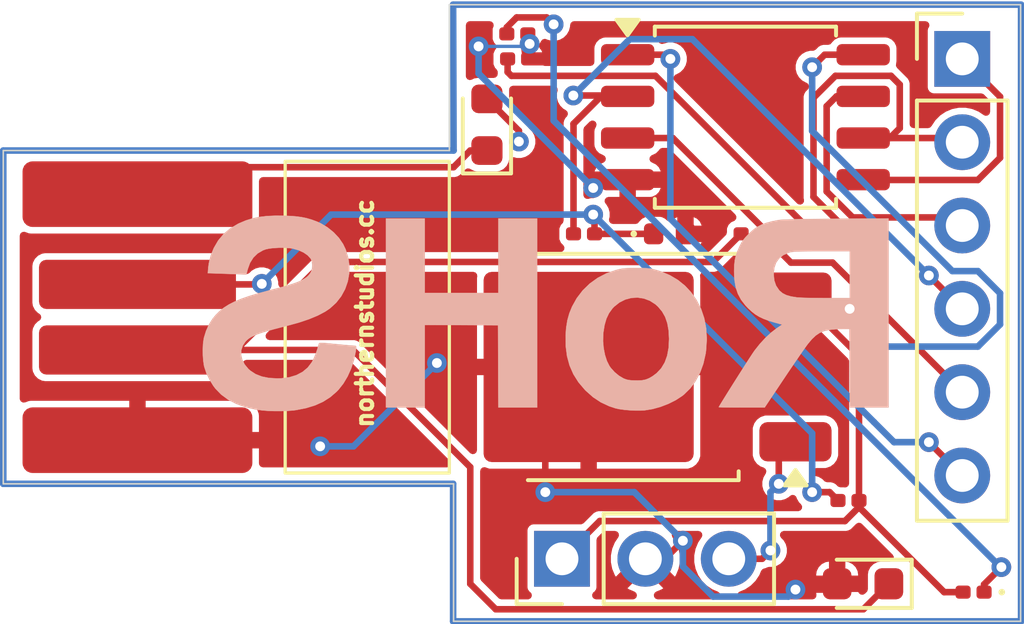
<source format=kicad_pcb>
(kicad_pcb (version 20241229) (generator "pcbnew") (generator_version "9.0")
  (layers (0 "F.Cu" signal) (4 "In1.Cu" signal) (6 "In2.Cu" signal) (2 "B.Cu" signal) (13 "F.Paste" user) (15 "B.Paste" user) (5 "F.SilkS" user "F.Silkscreen") (7 "B.SilkS" user "B.Silkscreen") (1 "F.Mask" user) (3 "B.Mask" user) (25 "Edge.Cuts" user))
  (net 0 "")
  (net 1 "Net-(D2-K)")
  (net 2 "GND")
  (net 3 "Net-(D3-K)")
  (net 4 "Net-(J1-Pin_3)")
  (net 5 "+5V")
  (net 6 "Net-(J2-Pin_1)")
  (net 7 "Net-(J2-Pin_6)")
  (net 8 "Net-(J2-Pin_4)")
  (net 9 "Net-(D4-A)")
  (net 10 "Net-(J2-Pin_5)")
  (net 11 "Net-(J2-Pin_3)")
  (net 12 "Net-(D1-K)")
  (net 13 "Net-(D4-K)")
  (net 14 "Net-(PWR1-K)")
  (footprint "Resistor_SMD:R_0201_0603Metric" (layer "F.Cu") (at 101.509 105.156)
    (property "Reference" "R4" (hide yes))
    (property "Value" "1K" (hide yes))
    (pad "1" smd roundrect (at -0.32 0) (size 0.46 0.4) (layers "F.Cu" "F.Mask") (net 14 "Net-(PWR1-K)"))
    (pad "2" smd roundrect (at 0.32 0) (size 0.46 0.4) (layers "F.Cu" "F.Mask") (net 2 "GND"))
  )
  (footprint "LED_SMD:LED_0201_0603Metric" (layer "F.Cu") (at 115.407 122.174 180)
    (property "Reference" "PWR1" (hide yes))
    (property "Value" "LED" (hide yes))
    (fp_circle (center -0.86 0) (end -0.81 0) (stroke (width 0.1)) (fill no) (layer "F.SilkS"))
    (pad "1" smd roundrect (at -0.32 0 180) (size 0.46 0.4) (layers "F.Cu" "F.Mask") (net 14 "Net-(PWR1-K)"))
    (pad "2" smd roundrect (at 0.32 0 180) (size 0.46 0.4) (layers "F.Cu" "F.Mask") (net 5 "+5V"))
  )
  (footprint "Diode_SMD:D_0603_1608Metric" (layer "F.Cu") (at 112.0395 121.92 180)
    (property "Reference" "D2" (hide yes))
    (property "Value" "BZV55B3V6" (hide yes))
    (fp_line (start 0.8 -0.735) (end -1.485 -0.735) (stroke (width 0.12)) (layer "F.SilkS"))
    (fp_line (start -1.485 0.735) (end 0.8 0.735) (stroke (width 0.12)) (layer "F.SilkS"))
    (fp_line (start -1.485 -0.735) (end -1.485 0.735) (stroke (width 0.12)) (layer "F.SilkS"))
    (pad "1" smd roundrect (at -0.7875 0 180) (size 0.875 0.95) (layers "F.Cu" "F.Mask" "F.Paste") (net 1 "Net-(D2-K)"))
    (pad "2" smd roundrect (at 0.7875 0 180) (size 0.875 0.95) (layers "F.Cu" "F.Mask" "F.Paste") (net 2 "GND"))
  )
  (footprint "Diode_SMD:D_0603_1608Metric" (layer "F.Cu") (at 100.584 107.9245 90)
    (property "Reference" "D1" (hide yes))
    (property "Value" "D")
    (fp_line (start 0.8 -0.735) (end -1.485 -0.735) (stroke (width 0.12)) (layer "F.SilkS"))
    (fp_line (start -1.485 -0.735) (end -1.485 0.735) (stroke (width 0.12)) (layer "F.SilkS"))
    (fp_line (start -1.485 0.735) (end 0.8 0.735) (stroke (width 0.12)) (layer "F.SilkS"))
    (pad "1" smd roundrect (at -0.7875 0 90) (size 0.875 0.95) (layers "F.Cu" "F.Mask" "F.Paste") (net 12 "Net-(D1-K)"))
    (pad "2" smd roundrect (at 0.7875 0 90) (size 0.875 0.95) (layers "F.Cu" "F.Mask" "F.Paste") (net 5 "+5V"))
  )
  (footprint "Resistor_SMD:R_0201_0603Metric" (layer "F.Cu") (at 101.534 105.918)
    (property "Reference" "R5" (hide yes))
    (property "Value" "1K" (hide yes))
    (pad "1" smd roundrect (at -0.32 0) (size 0.46 0.4) (layers "F.Cu" "F.Mask") (net 13 "Net-(D4-K)"))
    (pad "2" smd roundrect (at 0.32 0) (size 0.46 0.4) (layers "F.Cu" "F.Mask") (net 2 "GND"))
  )
  (footprint "Resistor_SMD:R_0201_0603Metric" (layer "F.Cu") (at 111.597 119.38)
    (property "Reference" "R1" (hide yes))
    (property "Value" "1500" (hide yes))
    (pad "1" smd roundrect (at -0.32 0) (size 0.46 0.4) (layers "F.Cu" "F.Mask") (net 3 "Net-(D3-K)"))
    (pad "2" smd roundrect (at 0.32 0) (size 0.46 0.4) (layers "F.Cu" "F.Mask") (net 5 "+5V"))
  )
  (footprint "Package_TO_SOT_SMD:TO-252-2" (layer "F.Cu") (at 104.942 115.31 180)
    (property "Reference" "U1" (hide yes))
    (property "Value" "MC78M05_TO252" (hide yes))
    (fp_line (start 3.11 3.45) (end -3.31 3.45) (stroke (width 0.12)) (layer "F.SilkS"))
    (fp_line (start 3.11 -3.45) (end -3.31 -3.45) (stroke (width 0.12)) (layer "F.SilkS"))
    (fp_line (start -3.31 3.45) (end -3.31 3.18) (stroke (width 0.12)) (layer "F.SilkS"))
    (fp_line (start -3.31 -3.45) (end -3.31 -3.18) (stroke (width 0.12)) (layer "F.SilkS"))
    (fp_poly (pts (xy -5.04 -3.14) (xy -5.38 -3.61) (xy -4.7 -3.61)) (stroke (width 0.12)) (fill yes) (layer "F.SilkS"))
    (pad "1" smd roundrect (at -5.04 -2.28 180) (size 2.2 1.2) (layers "F.Cu" "F.Mask" "F.Paste") (roundrect_rratio 0.208333) (net 4 "Net-(J1-Pin_3)"))
    (pad "2" smd roundrect (at 1.26 0 180) (size 6.4 5.8) (layers "F.Cu" "F.Mask") (roundrect_rratio 0.043103) (net 2 "GND"))
    (pad "3" smd roundrect (at -5.04 2.28 180) (size 2.2 1.2) (layers "F.Cu" "F.Mask" "F.Paste") (roundrect_rratio 0.208333) (net 5 "+5V"))
  )
  (footprint "Connector_PinHeader_2.54mm:PinHeader_1x03_P2.54mm_Vertical" (layer "F.Cu") (at 102.87 121.158 90)
    (property "Reference" "J1" (hide yes))
    (property "Value" "Conn_01x03_Socket" (hide yes))
    (fp_line (start -1.38 -1.38) (end 0 -1.38) (stroke (width 0.12)) (layer "F.SilkS"))
    (fp_line (start -1.38 0) (end -1.38 -1.38) (stroke (width 0.12)) (layer "F.SilkS"))
    (fp_line (start 1.38 1.27) (end 1.38 6.46) (stroke (width 0.12)) (layer "F.SilkS"))
    (fp_line (start -1.38 1.27) (end 1.38 1.27) (stroke (width 0.12)) (layer "F.SilkS"))
    (fp_line (start -1.38 1.27) (end -1.38 6.46) (stroke (width 0.12)) (layer "F.SilkS"))
    (fp_line (start -1.38 6.46) (end 1.38 6.46) (stroke (width 0.12)) (layer "F.SilkS"))
    (pad "1" thru_hole rect (at 0 0 90) (size 1.7 1.7) (drill 1) (layers "*.Cu" "*.Mask") (net 5 "+5V"))
    (pad "2" thru_hole circle (at 0 2.54 90) (size 1.7 1.7) (drill 1) (layers "*.Cu" "*.Mask") (net 2 "GND"))
    (pad "3" thru_hole circle (at 0 5.08 90) (size 1.7 1.7) (drill 1) (layers "*.Cu" "*.Mask") (net 4 "Net-(J1-Pin_3)"))
  )
  (footprint "Resistor_SMD:R_0201_0603Metric" (layer "F.Cu") (at 108.646 111.252)
    (property "Reference" "R3" (hide yes))
    (property "Value" "66.5" (hide yes))
    (pad "1" smd roundrect (at -0.32 0) (size 0.46 0.4) (layers "F.Cu" "F.Mask") (net 1 "Net-(D2-K)"))
    (pad "2" smd roundrect (at 0.32 0) (size 0.46 0.4) (layers "F.Cu" "F.Mask") (net 10 "Net-(J2-Pin_5)"))
  )
  (footprint "Diode_SMD:D_0402_1005Metric" (layer "F.Cu") (at 106.1465 111.252)
    (property "Reference" "D3" (hide yes))
    (property "Value" "BZV55B3V6" (hide yes))
    (fp_circle (center -1.09 0) (end -1.04 0) (stroke (width 0.1)) (fill no) (layer "F.SilkS"))
    (pad "1" smd roundrect (at -0.485 0) (size 0.59 0.64) (layers "F.Cu" "F.Mask" "F.Paste") (net 3 "Net-(D3-K)"))
    (pad "2" smd roundrect (at 0.485 0) (size 0.59 0.64) (layers "F.Cu" "F.Mask" "F.Paste") (net 2 "GND"))
  )
  (footprint "USBA FOOTPRINT PCB:USB_PCB_connector" (layer "F.Cu") (at 89.939 113.792)
    (property "Reference" "J3" (hide yes))
    (property "Value" "USB_A" (hide yes))
    (fp_rect (start 4.5 -4.75) (end 9.5 4.75) (stroke (width 0.1)) (fill no) (layer "F.SilkS"))
    (pad "1" smd roundrect (at 0 -3.75) (size 7 2) (layers "F.Cu" "F.Mask" "F.Paste") (roundrect_rratio 0.15) (net 12 "Net-(D1-K)"))
    (pad "2" smd roundrect (at 0 -1) (size 6 1.5) (layers "F.Cu" "F.Mask" "F.Paste") (roundrect_rratio 0.15) (net 3 "Net-(D3-K)"))
    (pad "3" smd roundrect (at 0 1) (size 6 1.5) (layers "F.Cu" "F.Mask" "F.Paste") (roundrect_rratio 0.15) (net 1 "Net-(D2-K)"))
    (pad "4" smd roundrect (at 0 3.75) (size 7 2) (layers "F.Cu" "F.Mask" "F.Paste") (roundrect_rratio 0.15) (net 2 "GND"))
  )
  (footprint "Package_SO:SOIC-8_5.3x5.3mm_P1.27mm" (layer "F.Cu") (at 108.458 107.696)
    (property "Reference" "U2" (hide yes))
    (property "Value" "ATtiny85-20S" (hide yes))
    (fp_line (start -2.76 -2.76) (end 2.76 -2.76) (stroke (width 0.12)) (layer "F.SilkS"))
    (fp_line (start -2.76 -2.49) (end -2.76 -2.76) (stroke (width 0.12)) (layer "F.SilkS"))
    (fp_line (start -2.76 2.76) (end -2.76 2.49) (stroke (width 0.12)) (layer "F.SilkS"))
    (fp_line (start 2.76 -2.76) (end 2.76 -2.49) (stroke (width 0.12)) (layer "F.SilkS"))
    (fp_line (start 2.76 2.49) (end 2.76 2.76) (stroke (width 0.12)) (layer "F.SilkS"))
    (fp_line (start 2.76 2.76) (end -2.76 2.76) (stroke (width 0.12)) (layer "F.SilkS"))
    (fp_poly (pts (xy -3.59 -2.5) (xy -3.93 -2.97) (xy -3.25 -2.97)) (stroke (width 0.12)) (fill yes) (layer "F.SilkS"))
    (pad "1" smd roundrect (at -3.5875 -1.905) (size 1.625 0.65) (layers "F.Cu" "F.Mask" "F.Paste") (net 7 "Net-(J2-Pin_6)"))
    (pad "2" smd roundrect (at -3.5875 -0.635) (size 1.625 0.65) (layers "F.Cu" "F.Mask" "F.Paste") (net 8 "Net-(J2-Pin_4)"))
    (pad "3" smd roundrect (at -3.5875 0.635) (size 1.625 0.65) (layers "F.Cu" "F.Mask" "F.Paste") (net 10 "Net-(J2-Pin_5)"))
    (pad "4" smd roundrect (at -3.5875 1.905) (size 1.625 0.65) (layers "F.Cu" "F.Mask" "F.Paste") (net 2 "GND"))
    (pad "5" smd roundrect (at 3.5875 1.905) (size 1.625 0.65) (layers "F.Cu" "F.Mask" "F.Paste") (net 6 "Net-(J2-Pin_1)"))
    (pad "6" smd roundrect (at 3.5875 0.635) (size 1.625 0.65) (layers "F.Cu" "F.Mask" "F.Paste") (net 9 "Net-(D4-A)"))
    (pad "7" smd roundrect (at 3.5875 -0.635) (size 1.625 0.65) (layers "F.Cu" "F.Mask" "F.Paste") (net 11 "Net-(J2-Pin_3)"))
    (pad "8" smd roundrect (at 3.5875 -1.905) (size 1.625 0.65) (layers "F.Cu" "F.Mask" "F.Paste") (net 5 "+5V"))
  )
  (footprint "Connector_PinHeader_2.54mm:PinHeader_1x06_P2.54mm_Vertical" (layer "F.Cu") (at 115.062 105.918)
    (property "Reference" "J2" (hide yes))
    (property "Value" "Conn_01x06_Socket" (hide yes))
    (fp_line (start -1.38 -1.38) (end 0 -1.38) (stroke (width 0.12)) (layer "F.SilkS"))
    (fp_line (start -1.38 0) (end -1.38 -1.38) (stroke (width 0.12)) (layer "F.SilkS"))
    (fp_line (start -1.38 1.27) (end -1.38 14.08) (stroke (width 0.12)) (layer "F.SilkS"))
    (fp_line (start -1.38 1.27) (end 1.38 1.27) (stroke (width 0.12)) (layer "F.SilkS"))
    (fp_line (start -1.38 14.08) (end 1.38 14.08) (stroke (width 0.12)) (layer "F.SilkS"))
    (fp_line (start 1.38 1.27) (end 1.38 14.08) (stroke (width 0.12)) (layer "F.SilkS"))
    (pad "1" thru_hole rect (at 0 0) (size 1.7 1.7) (drill 1) (layers "*.Cu" "*.Mask") (net 6 "Net-(J2-Pin_1)"))
    (pad "2" thru_hole circle (at 0 2.54) (size 1.7 1.7) (drill 1) (layers "*.Cu" "*.Mask") (net 9 "Net-(D4-A)"))
    (pad "3" thru_hole circle (at 0 5.08) (size 1.7 1.7) (drill 1) (layers "*.Cu" "*.Mask") (net 11 "Net-(J2-Pin_3)"))
    (pad "4" thru_hole circle (at 0 7.62) (size 1.7 1.7) (drill 1) (layers "*.Cu" "*.Mask") (net 8 "Net-(J2-Pin_4)"))
    (pad "5" thru_hole circle (at 0 10.16) (size 1.7 1.7) (drill 1) (layers "*.Cu" "*.Mask") (net 10 "Net-(J2-Pin_5)"))
    (pad "6" thru_hole circle (at 0 12.7) (size 1.7 1.7) (drill 1) (layers "*.Cu" "*.Mask") (net 7 "Net-(J2-Pin_6)"))
  )
  (footprint "Resistor_SMD:R_0201_0603Metric" (layer "F.Cu") (at 103.541 111.252 180)
    (property "Reference" "R2" (hide yes))
    (property "Value" "66.5" (hide yes))
    (pad "1" smd roundrect (at -0.32 0 180) (size 0.46 0.4) (layers "F.Cu" "F.Mask") (net 3 "Net-(D3-K)"))
    (pad "2" smd roundrect (at 0.32 0 180) (size 0.46 0.4) (layers "F.Cu" "F.Mask") (net 8 "Net-(J2-Pin_4)"))
  )
  (footprint "LED_SMD:LED_0201_0603Metric" (layer "F.Cu") (at 111.161 111.252)
    (property "Reference" "D4" (hide yes))
    (property "Value" "LED" (hide yes))
    (fp_circle (center -0.86 0) (end -0.81 0) (stroke (width 0.1)) (fill no) (layer "F.SilkS"))
    (pad "1" smd roundrect (at -0.32 0) (size 0.46 0.4) (layers "F.Cu" "F.Mask") (net 13 "Net-(D4-K)"))
    (pad "2" smd roundrect (at 0.32 0) (size 0.46 0.4) (layers "F.Cu" "F.Mask") (net 9 "Net-(D4-A)"))
  )
  (footprint "Symbol:RoHS-Logo_6mm_SilkScreen" (layer "B.Cu") (at 102.362 113.665 180)
    (property "Reference" "REF**" (hide yes))
    (property "Value" "RoHS-Logo_6mm_SilkScreen" (hide yes))
    (fp_poly (pts (xy 1.42875 0.612321) (xy 3.673928 0.612321) (xy 3.673928 2.880179) (xy 4.853214 2.880179) (xy 4.853214 -2.880179) (xy 3.673928 -2.880179) (xy 3.673928 -0.36243) (xy 2.557008 -0.368313) (xy 1.440089 -0.374196) (xy 1.434227 -1.627187) (xy 1.428365 -2.880179) (xy 0.249464 -2.880179) (xy 0.249464 2.880179) (xy 1.42875 2.880179) (xy 1.42875 0.612321)) (stroke (width 0.01)) (fill yes) (layer "B.SilkS"))
    (fp_poly (pts (xy -2.766786 1.369861) (xy -2.615368 1.368819) (xy -2.498683 1.365855) (xy -2.406119 1.35994) (xy -2.327062 1.350049) (xy -2.250896 1.335153) (xy -2.167008 1.314228) (xy -2.153023 1.310484) (xy -1.862869 1.20975) (xy -1.595309 1.071021) (xy -1.353326 0.896787) (xy -1.139905 0.689533) (xy -0.958029 0.451747) (xy -0.815064 0.195322) (xy -0.731969 -0.008601) (xy -0.673332 -0.217963) (xy -0.636252 -0.445596) (xy -0.619143 -0.671394) (xy -0.622054 -1.005223) (xy -0.661734 -1.313691) (xy -0.739026 -1.599125) (xy -0.854774 -1.863849) (xy -1.009819 -2.110189) (xy -1.205004 -2.340472) (xy -1.234956 -2.370937) (xy -1.456295 -2.5665) (xy -1.690889 -2.721647) (xy -1.946531 -2.840986) (xy -2.135724 -2.903854) (xy -2.253995 -2.929662) (xy -2.403738 -2.950474) (xy -2.571249 -2.965339) (xy -2.742822 -2.97331) (xy -2.904753 -2.973438) (xy -3.032462 -2.965912) (xy -3.269147 -2.926899) (xy -3.513177 -2.858784) (xy -3.752483 -2.766426) (xy -3.974996 -2.654685) (xy -4.168647 -2.528419) (xy -4.220137 -2.487747) (xy -4.413802 -2.297838) (xy -4.578561 -2.075038) (xy -4.712694 -1.822762) (xy -4.814481 -1.544424) (xy -4.882203 -1.24344) (xy -4.89611 -1.145268) (xy -4.918669 -0.801926) (xy -4.918221 -0.79375) (xy -3.769799 -0.79375) (xy -3.756071 -1.063973) (xy -3.712314 -1.30124) (xy -3.637779 -1.507234) (xy -3.531718 -1.683638) (xy -3.393384 -1.832135) (xy -3.265689 -1.927695) (xy -3.159493 -1.989022) (xy -3.059603 -2.028883) (xy -2.951801 -2.050725) (xy -2.821871 -2.057998) (xy -2.732768 -2.056954) (xy -2.616089 -2.05172) (xy -2.529679 -2.041662) (xy -2.458495 -2.023986) (xy -2.387495 -1.995903) (xy -2.376305 -1.990793) (xy -2.242011 -1.910974) (xy -2.110281 -1.801219) (xy -1.996385 -1.675136) (xy -1.953045 -1.613617) (xy -1.876705 -1.461827) (xy -1.817553 -1.278326) (xy -1.777588 -1.074143) (xy -1.758812 -0.860304) (xy -1.763223 -0.647838) (xy -1.768312 -0.595092) (xy -1.80533 -0.365291) (xy -1.861592 -0.171242) (xy -1.939812 -0.006456) (xy -2.042709 0.135554) (xy -2.099103 0.195045) (xy -2.259903 0.322754) (xy -2.436653 0.41135) (xy -2.623394 0.460836) (xy -2.814166 0.471212) (xy -3.003009 0.44248) (xy -3.183965 0.374642) (xy -3.351073 0.2677) (xy -3.432435 0.194718) (xy -3.556616 0.047009) (xy -3.650672 -0.118858) (xy -3.716363 -0.308039) (xy -3.75545 -0.525694) (xy -3.769694 -0.77698) (xy -3.769799 -0.79375) (xy -4.918221 -0.79375) (xy -4.900706 -0.474671) (xy -4.842751 -0.165131) (xy -4.745329 0.125067) (xy -4.608969 0.394296) (xy -4.434197 0.640927) (xy -4.255358 0.832033) (xy -4.038311 1.00736) (xy -3.790274 1.15411) (xy -3.518293 1.268405) (xy -3.388479 1.30863) (xy -3.301869 1.331632) (xy -3.227258 1.348137) (xy -3.154117 1.359185) (xy -3.071918 1.365811) (xy -2.970132 1.369053) (xy -2.838229 1.369947) (xy -2.766786 1.369861)) (stroke (width 0.01)) (fill yes) (layer "B.SilkS"))
    (fp_poly (pts (xy -8.861652 2.872954) (xy -8.505405 2.870235) (xy -8.187134 2.86702) (xy -7.907855 2.86333) (xy -7.668584 2.859186) (xy -7.470337 2.854609) (xy -7.314129 2.84962) (xy -7.200976 2.84424) (xy -7.131893 2.838489) (xy -7.121072 2.836901) (xy -6.91057 2.795776) (xy -6.736407 2.750064) (xy -6.589567 2.695637) (xy -6.461035 2.628368) (xy -6.341796 2.544132) (xy -6.222832 2.4388) (xy -6.197601 2.414167) (xy -6.102109 2.315495) (xy -6.031593 2.230617) (xy -5.97545 2.145193) (xy -5.923081 2.044883) (xy -5.920266 2.038998) (xy -5.85113 1.883256) (xy -5.802871 1.744381) (xy -5.772223 1.607352) (xy -5.755921 1.457144) (xy -5.7507 1.278735) (xy -5.750662 1.258661) (xy -5.76256 1.004707) (xy -5.800139 0.782572) (xy -5.866225 0.584896) (xy -5.963644 0.404321) (xy -6.095221 0.233487) (xy -6.177789 0.146348) (xy -6.288577 0.043442) (xy -6.399505 -0.042462) (xy -6.518579 -0.115341) (xy -6.653806 -0.17917) (xy -6.81319 -0.237928) (xy -7.004739 -0.29559) (xy -7.140572 -0.331866) (xy -7.216769 -0.351518) (xy -7.049858 -0.464581) (xy -6.880055 -0.595003) (xy -6.705 -0.757436) (xy -6.535086 -0.941314) (xy -6.380705 -1.136076) (xy -6.357854 -1.167946) (xy -6.318862 -1.225149) (xy -6.262238 -1.310945) (xy -6.190977 -1.420589) (xy -6.108073 -1.549336) (xy -6.016522 -1.692441) (xy -5.919316 -1.845156) (xy -5.819452 -2.002738) (xy -5.719923 -2.16044) (xy -5.623725 -2.313517) (xy -5.533851 -2.457224) (xy -5.453297 -2.586814) (xy -5.385057 -2.697542) (xy -5.332125 -2.784663) (xy -5.297497 -2.843431) (xy -5.284166 -2.869101) (xy -5.284108 -2.869531) (xy -5.305875 -2.872164) (xy -5.36753 -2.87456) (xy -5.463605 -2.876635) (xy -5.588631 -2.878308) (xy -5.73714 -2.879494) (xy -5.903662 -2.88011) (xy -5.983188 -2.880179) (xy -6.682268 -2.880179) (xy -7.261583 -2.012723) (xy -7.386485 -1.826423) (xy -7.509316 -1.644574) (xy -7.626628 -1.472186) (xy -7.734972 -1.314272) (xy -7.830901 -1.17584) (xy -7.910965 -1.061902) (xy -7.971718 -0.977469) (xy -7.999559 -0.940342) (xy -8.119728 -0.797055) (xy -8.236606 -0.686516) (xy -8.35857 -0.604885) (xy -8.493996 -0.548317) (xy -8.651261 -0.512969) (xy -8.838742 -0.495) (xy -8.979396 -0.490833) (xy -9.264197 -0.487589) (xy -9.275937 -2.880179) (xy -10.454822 -2.880179) (xy -10.454822 1.882321) (xy -9.275536 1.882321) (xy -9.275536 0.453571) (xy -8.566831 0.453758) (xy -8.380818 0.454547) (xy -8.199682 0.456691) (xy -8.031074 0.459994) (xy -7.882647 0.464264) (xy -7.762052 0.469309) (xy -7.676939 0.474934) (xy -7.659973 0.476648) (xy -7.48138 0.504984) (xy -7.339586 0.546299) (xy -7.22714 0.603623) (xy -7.136588 0.679983) (xy -7.123031 0.694853) (xy -7.030162 0.832364) (xy -6.974813 0.992368) (xy -6.95608 1.177548) (xy -6.956109 1.190625) (xy -6.97545 1.375932) (xy -7.030341 1.53308) (xy -7.120889 1.662215) (xy -7.247199 1.763482) (xy -7.409381 1.837026) (xy -7.439209 1.846392) (xy -7.47781 1.855941) (xy -7.526016 1.863695) (xy -7.588547 1.869828) (xy -7.670123 1.874513) (xy -7.775465 1.877923) (xy -7.909292 1.880232) (xy -8.076324 1.881612) (xy -8.281282 1.882237) (xy -8.417867 1.882321) (xy -9.275536 1.882321) (xy -10.454822 1.882321) (xy -10.454822 2.883424) (xy -8.861652 2.872954)) (stroke (width 0.01)) (fill yes) (layer "B.SilkS"))
    (fp_poly (pts (xy 8.486632 2.955013) (xy 8.715956 2.927503) (xy 8.925995 2.883063) (xy 9.124833 2.820289) (xy 9.320557 2.737774) (xy 9.363706 2.716977) (xy 9.597308 2.578687) (xy 9.797374 2.410047) (xy 9.964331 2.210564) (xy 10.098605 1.979746) (xy 10.185327 1.764637) (xy 10.221998 1.636645) (xy 10.250695 1.501404) (xy 10.265667 1.38933) (xy 10.279241 1.213304) (xy 10.21395 1.212074) (xy 10.172922 1.210933) (xy 10.093991 1.208414) (xy 9.984579 1.204768) (xy 9.852112 1.200242) (xy 9.704014 1.195086) (xy 9.627053 1.192372) (xy 9.105446 1.173899) (xy 9.064182 1.334266) (xy 8.994587 1.527005) (xy 8.893741 1.688021) (xy 8.76287 1.815954) (xy 8.603204 1.909441) (xy 8.515803 1.941959) (xy 8.410822 1.965005) (xy 8.274864 1.980945) (xy 8.121807 1.989404) (xy 7.965529 1.990006) (xy 7.819909 1.982374) (xy 7.698824 1.966134) (xy 7.690025 1.964327) (xy 7.513834 1.913657) (xy 7.360331 1.843139) (xy 7.236255 1.75682) (xy 7.148346 1.658748) (xy 7.130386 1.628314) (xy 7.107454 1.551975) (xy 7.099531 1.452542) (xy 7.10669 1.349744) (xy 7.129004 1.263315) (xy 7.129032 1.263248) (xy 7.164967 1.203893) (xy 7.220362 1.138673) (xy 7.247407 1.112884) (xy 7.306873 1.065768) (xy 7.376214 1.021711) (xy 7.459893 0.979099) (xy 7.562377 0.936318) (xy 7.68813 0.891752) (xy 7.841618 0.843787) (xy 8.027305 0.790808) (xy 8.249657 0.731201) (xy 8.436428 0.682897) (xy 8.750274 0.598703) (xy 9.023178 0.516417) (xy 9.259378 0.433902) (xy 9.463107 0.349023) (xy 9.638601 0.259643) (xy 9.790096 0.163625) (xy 9.921828 0.058833) (xy 10.038031 -0.056868) (xy 10.133647 -0.173166) (xy 10.242507 -0.345468) (xy 10.33252 -0.542798) (xy 10.395397 -0.746074) (xy 10.407405 -0.803585) (xy 10.425052 -0.945109) (xy 10.432548 -1.110686) (xy 10.430263 -1.284673) (xy 10.418569 -1.451429) (xy 10.397839 -1.595314) (xy 10.3875 -1.641401) (xy 10.323079 -1.832721) (xy 10.22911 -2.030214) (xy 10.114633 -2.216207) (xy 10.048303 -2.304613) (xy 9.873069 -2.485408) (xy 9.662131 -2.640166) (xy 9.417594 -2.767908) (xy 9.141561 -2.867654) (xy 8.836136 -2.938424) (xy 8.622637 -2.968445) (xy 8.446432 -2.982327) (xy 8.250022 -2.989306) (xy 8.047612 -2.989504) (xy 7.853409 -2.983046) (xy 7.681616 -2.970055) (xy 7.597321 -2.959498) (xy 7.287341 -2.89874) (xy 7.012881 -2.814451) (xy 6.769461 -2.704486) (xy 6.552604 -2.566698) (xy 6.357829 -2.398942) (xy 6.29804 -2.337078) (xy 6.151579 -2.151526) (xy 6.021569 -1.932745) (xy 5.912629 -1.691292) (xy 5.829375 -1.437725) (xy 5.776423 -1.182601) (xy 5.769406 -1.128259) (xy 5.762091 -1.055101) (xy 5.763756 -1.016161) (xy 5.777626 -1.000666) (xy 5.806928 -0.997842) (xy 5.808454 -0.99784) (xy 5.846837 -0.995702) (xy 5.922629 -0.989746) (xy 6.028103 -0.980644) (xy 6.155533 -0.969066) (xy 6.297193 -0.955683) (xy 6.327321 -0.952775) (xy 6.501296 -0.935879) (xy 6.635424 -0.923213) (xy 6.73503 -0.914932) (xy 6.805442 -0.91119) (xy 6.851985 -0.912139) (xy 6.879986 -0.917934) (xy 6.894771 -0.928728) (xy 6.901666 -0.944676) (xy 6.905997 -0.965932) (xy 6.906738 -0.969509) (xy 6.937902 -1.084752) (xy 6.983833 -1.217631) (xy 7.037496 -1.350014) (xy 7.091854 -1.463769) (xy 7.113243 -1.501702) (xy 7.236881 -1.663918) (xy 7.392416 -1.794475) (xy 7.578787 -1.892873) (xy 7.794931 -1.958616) (xy 8.039789 -1.991205) (xy 8.164285 -1.994927) (xy 8.417181 -1.980309) (xy 8.637328 -1.935989) (xy 8.826849 -1.861266) (xy 8.987868 -1.75544) (xy 9.044309 -1.704697) (xy 9.156896 -1.569232) (xy 9.230659 -1.424532) (xy 9.265015 -1.276086) (xy 9.259382 -1.12938) (xy 9.213178 -0.989904) (xy 9.132789 -0.870925) (xy 9.082217 -0.819365) (xy 9.023219 -0.772122) (xy 8.951629 -0.727619) (xy 8.863284 -0.68428) (xy 8.754019 -0.640527) (xy 8.619669 -0.594785) (xy 8.456069 -0.545477) (xy 8.259056 -0.491026) (xy 8.024465 -0.429856) (xy 7.853667 -0.386699) (xy 7.501473 -0.289589) (xy 7.192105 -0.185409) (xy 6.926115 -0.074386) (xy 6.704059 0.043255) (xy 6.558187 0.142157) (xy 6.369578 0.314291) (xy 6.215784 0.511615) (xy 6.097833 0.729054) (xy 6.016757 0.961535) (xy 5.973584 1.203983) (xy 5.969346 1.451323) (xy 6.005073 1.698482) (xy 6.081794 1.940384) (xy 6.16007 2.103201) (xy 6.284884 2.286923) (xy 6.445529 2.458497) (xy 6.632659 2.609836) (xy 6.83693 2.732855) (xy 6.944721 2.782095) (xy 7.111354 2.844381) (xy 7.271902 2.891318) (xy 7.437851 2.92502) (xy 7.620689 2.9476) (xy 7.831903 2.961174) (xy 7.937791 2.964866) (xy 8.229939 2.966999) (xy 8.486632 2.955013)) (stroke (width 0.01)) (fill yes) (layer "B.SilkS"))
  )
  (gr_line (start 116.854 104.265) (end 99.554 104.265) (stroke (width 0.2)) (layer "B.Cu"))
  (gr_line (start 85.852 108.712) (end 99.568 108.712) (stroke (width 0.2)) (layer "B.Cu"))
  (gr_line (start 99.568 108.712) (end 99.554 104.265) (stroke (width 0.2)) (layer "B.Cu"))
  (gr_line (start 116.854 123.065) (end 99.554 123.065) (stroke (width 0.2)) (layer "B.Cu"))
  (gr_line (start 99.554 118.872) (end 85.852 118.872) (stroke (width 0.2)) (layer "B.Cu"))
  (gr_line (start 85.852 118.872) (end 85.852 108.712) (stroke (width 0.2)) (layer "B.Cu"))
  (gr_line (start 116.854 123.065) (end 116.854 104.265) (stroke (width 0.2)) (layer "B.Cu"))
  (gr_line (start 99.554 123.065) (end 99.554 118.872) (stroke (width 0.2)) (layer "B.Cu"))
  (gr_line (start 85.852 108.712) (end 85.852 118.872) (stroke (width 0.05)) (layer "Edge.Cuts"))
  (gr_line (start 99.441 104.267) (end 99.441 108.712) (stroke (width 0.05)) (layer "Edge.Cuts"))
  (gr_line (start 99.568 123.063) (end 116.84 123.063) (stroke (width 0.05)) (layer "Edge.Cuts"))
  (gr_line (start 116.84 104.267) (end 99.441 104.267) (stroke (width 0.05)) (layer "Edge.Cuts"))
  (gr_line (start 116.84 123.063) (end 116.84 104.267) (stroke (width 0.05)) (layer "Edge.Cuts"))
  (gr_line (start 99.441 108.712) (end 85.852 108.712) (stroke (width 0.05)) (layer "Edge.Cuts"))
  (gr_line (start 85.852 118.872) (end 99.568 118.872) (stroke (width 0.05)) (layer "Edge.Cuts"))
  (gr_line (start 99.568 118.872) (end 99.568 123.063) (stroke (width 0.05)) (layer "Edge.Cuts"))
  (gr_text "northernstudios.cc" (at 97.155 117.221 90) (layer "F.SilkS") (effects (font (size 0.5 0.5) (thickness 0.125) (bold yes)) (justify left bottom)))
  (segment (start 112.051 122.696) (end 100.852 122.696) (width 0.2) (layer "F.Cu") (net 1))
  (segment (start 96.504 114.792) (end 89.939 114.792) (width 0.2) (layer "F.Cu") (net 1))
  (segment (start 100.076 121.92) (end 100.076 118.364) (width 0.2) (layer "F.Cu") (net 1))
  (segment (start 107.469 112.109) (end 95.622 112.109) (width 0.2) (layer "F.Cu") (net 1))
  (segment (start 100.852 122.696) (end 100.076 121.92) (width 0.2) (layer "F.Cu") (net 1))
  (segment (start 108.326 111.252) (end 107.469 112.109) (width 0.2) (layer "F.Cu") (net 1))
  (segment (start 112.827 121.92) (end 112.051 122.696) (width 0.2) (layer "F.Cu") (net 1))
  (segment (start 95.622 112.109) (end 92.939 114.792) (width 0.2) (layer "F.Cu") (net 1))
  (segment (start 100.076 118.364) (end 96.504 114.792) (width 0.2) (layer "F.Cu") (net 1))
  (segment (start 92.939 114.792) (end 89.939 114.792) (width 0.2) (layer "F.Cu") (net 1))
  (segment (start 101.829 105.537) (end 101.829 105.516677) (width 0.1) (layer "F.Cu") (net 2))
  (segment (start 102.362 119.126) (end 102.362 116.63) (width 0.2) (layer "F.Cu") (net 2))
  (segment (start 89.939 117.542) (end 95.317 117.542) (width 0.2) (layer "F.Cu") (net 2))
  (segment (start 99.06 115.189) (end 99.181 115.31) (width 0.2) (layer "F.Cu") (net 2))
  (segment (start 104.073287 109.601) (end 103.821 109.853287) (width 0.2) (layer "F.Cu") (net 2))
  (segment (start 99.181 115.31) (end 103.682 115.31) (width 0.2) (layer "F.Cu") (net 2))
  (segment (start 105.41 121.158) (end 106.002 121.158) (width 0.2) (layer "F.Cu") (net 2))
  (segment (start 100.33 105.537) (end 100.33 105.21513) (width 0.2) (layer "F.Cu") (net 2))
  (segment (start 95.317 117.542) (end 95.504 117.729) (width 0.2) (layer "F.Cu") (net 2))
  (segment (start 106.002 121.158) (end 106.553 120.607) (width 0.2) (layer "F.Cu") (net 2))
  (segment (start 101.829 105.537) (end 101.829 105.893) (width 0.1) (layer "F.Cu") (net 2))
  (segment (start 101.829 105.893) (end 101.854 105.918) (width 0.1) (layer "F.Cu") (net 2))
  (segment (start 104.8705 109.601) (end 104.073287 109.601) (width 0.2) (layer "F.Cu") (net 2))
  (segment (start 101.829 105.156) (end 101.829 105.537) (width 0.1) (layer "F.Cu") (net 2))
  (segment (start 109.982 122.096) (end 111.076 122.096) (width 0.2) (layer "F.Cu") (net 2))
  (segment (start 111.076 122.096) (end 111.252 121.92) (width 0.2) (layer "F.Cu") (net 2))
  (segment (start 101.829 105.516677) (end 101.884936 105.460741) (width 0.1) (layer "F.Cu") (net 2))
  (segment (start 102.362 116.63) (end 103.682 115.31) (width 0.2) (layer "F.Cu") (net 2))
  (via (at 99.06 115.189) (size 0.6) (drill 0.3) (layers "F.Cu" "B.Cu") (net 2))
  (via (at 103.821 109.853287) (size 0.6) (drill 0.3) (layers "F.Cu" "B.Cu") (net 2))
  (via (at 101.884936 105.460741) (size 0.6) (drill 0.3) (layers "F.Cu" "B.Cu") (net 2))
  (via (at 106.553 120.607) (size 0.6) (drill 0.3) (layers "F.Cu" "B.Cu") (net 2))
  (via (at 100.33 105.537) (size 0.6) (drill 0.3) (layers "F.Cu" "B.Cu") (net 2))
  (via (at 95.504 117.729) (size 0.6) (drill 0.3) (layers "F.Cu" "B.Cu") (net 2))
  (via (at 102.362 119.126) (size 0.6) (drill 0.3) (layers "F.Cu" "B.Cu") (net 2))
  (via (at 109.982 122.096) (size 0.6) (drill 0.3) (layers "F.Cu" "B.Cu") (net 2))
  (segment (start 106.553 121.38876) (end 107.47324 122.309) (width 0.2) (layer "B.Cu") (net 2))
  (segment (start 109.769 122.309) (end 109.982 122.096) (width 0.2) (layer "B.Cu") (net 2))
  (segment (start 96.52 117.729) (end 99.06 115.189) (width 0.2) (layer "B.Cu") (net 2))
  (segment (start 101.808677 105.537) (end 100.33 105.537) (width 0.1) (layer "B.Cu") (net 2))
  (segment (start 95.504 117.729) (end 96.52 117.729) (width 0.2) (layer "B.Cu") (net 2))
  (segment (start 107.47324 122.309) (end 109.769 122.309) (width 0.2) (layer "B.Cu") (net 2))
  (segment (start 103.821 109.853287) (end 100.33 106.362287) (width 0.2) (layer "B.Cu") (net 2))
  (segment (start 100.33 106.362287) (end 100.33 105.537) (width 0.2) (layer "B.Cu") (net 2))
  (segment (start 106.553 120.607) (end 105.072 119.126) (width 0.2) (layer "B.Cu") (net 2))
  (segment (start 101.884936 105.460741) (end 101.808677 105.537) (width 0.1) (layer "B.Cu") (net 2))
  (segment (start 105.072 119.126) (end 102.362 119.126) (width 0.2) (layer "B.Cu") (net 2))
  (segment (start 106.553 120.607) (end 106.553 121.38876) (width 0.2) (layer "B.Cu") (net 2))
  (segment (start 93.726 112.776) (end 93.71 112.792) (width 0.2) (layer "F.Cu") (net 3))
  (segment (start 105.6615 111.252) (end 103.861 111.252) (width 0.2) (layer "F.Cu") (net 3))
  (segment (start 103.861 110.704217) (end 103.821 110.664217) (width 0.2) (layer "F.Cu") (net 3))
  (segment (start 93.71 112.792) (end 89.939 112.792) (width 0.2) (layer "F.Cu") (net 3))
  (segment (start 110.49 119.126) (end 111.023 119.126) (width 0.2) (layer "F.Cu") (net 3))
  (segment (start 103.861 111.252) (end 103.861 110.704217) (width 0.2) (layer "F.Cu") (net 3))
  (segment (start 111.023 119.126) (end 111.277 119.38) (width 0.2) (layer "F.Cu") (net 3))
  (via (at 103.821 110.664217) (size 0.6) (drill 0.3) (layers "F.Cu" "B.Cu") (net 3))
  (via (at 93.726 112.776) (size 0.6) (drill 0.3) (layers "F.Cu" "B.Cu") (net 3))
  (via (at 110.49 119.126) (size 0.6) (drill 0.3) (layers "F.Cu" "B.Cu") (net 3))
  (segment (start 95.837783 110.664217) (end 93.726 112.776) (width 0.2) (layer "B.Cu") (net 3))
  (segment (start 103.821 110.664217) (end 95.837783 110.664217) (width 0.2) (layer "B.Cu") (net 3))
  (segment (start 103.821 110.664217) (end 110.49 117.333217) (width 0.2) (layer "B.Cu") (net 3))
  (segment (start 110.49 117.333217) (end 110.49 119.126) (width 0.2) (layer "B.Cu") (net 3))
  (segment (start 109.474 118.872) (end 109.474 118.098) (width 0.2) (layer "F.Cu") (net 4))
  (segment (start 107.95 121.158) (end 108.966 121.158) (width 0.2) (layer "F.Cu") (net 4))
  (segment (start 108.966 121.158) (end 109.22 120.904) (width 0.2) (layer "F.Cu") (net 4))
  (segment (start 109.474 118.098) (end 109.982 117.59) (width 0.2) (layer "F.Cu") (net 4))
  (via (at 109.474 118.872) (size 0.6) (drill 0.3) (layers "F.Cu" "B.Cu") (net 4))
  (via (at 109.22 120.904) (size 0.6) (drill 0.3) (layers "F.Cu" "B.Cu") (net 4))
  (segment (start 109.22 119.126) (end 109.474 118.872) (width 0.2) (layer "B.Cu") (net 4))
  (segment (start 109.22 120.904) (end 109.22 119.126) (width 0.2) (layer "B.Cu") (net 4))
  (segment (start 114.511001 122.174) (end 115.087 122.174) (width 0.2) (layer "F.Cu") (net 5))
  (segment (start 111.917 119.579999) (end 114.511001 122.174) (width 0.2) (layer "F.Cu") (net 5))
  (segment (start 110.871 105.791) (end 110.49 106.172) (width 0.2) (layer "F.Cu") (net 5))
  (segment (start 109.982 113.03) (end 111.917 114.965) (width 0.2) (layer "F.Cu") (net 5))
  (segment (start 101.557911 108.438725) (end 101.557911 108.110911) (width 0.2) (layer "F.Cu") (net 5))
  (segment (start 111.917 119.38) (end 111.917 119.579999) (width 0.2) (layer "F.Cu") (net 5))
  (segment (start 101.557911 108.110911) (end 100.584 107.137) (width 0.2) (layer "F.Cu") (net 5))
  (segment (start 112.0455 105.791) (end 110.871 105.791) (width 0.2) (layer "F.Cu") (net 5))
  (segment (start 104.021 120.007) (end 102.87 121.158) (width 0.2) (layer "F.Cu") (net 5))
  (segment (start 111.489999 120.007) (end 104.021 120.007) (width 0.2) (layer "F.Cu") (net 5))
  (segment (start 111.917 114.965) (end 111.917 119.38) (width 0.2) (layer "F.Cu") (net 5))
  (segment (start 110.49 113.538) (end 109.982 113.03) (width 0.2) (layer "F.Cu") (net 5))
  (segment (start 111.917 119.579999) (end 111.489999 120.007) (width 0.2) (layer "F.Cu") (net 5))
  (segment (start 111.633 113.538) (end 110.49 113.538) (width 0.2) (layer "F.Cu") (net 5))
  (via (at 101.557911 108.438725) (size 0.6) (drill 0.3) (layers "F.Cu" "B.Cu") (net 5))
  (via (at 111.633 113.538) (size 0.6) (drill 0.3) (layers "F.Cu" "B.Cu") (net 5))
  (via (at 110.49 106.172) (size 0.6) (drill 0.3) (layers "F.Cu" "B.Cu") (net 5))
  (segment (start 112.784 114.689) (end 111.633 113.538) (width 0.2) (layer "B.Cu") (net 5))
  (segment (start 115.53876 112.387) (end 116.213 113.06124) (width 0.2) (layer "B.Cu") (net 5))
  (segment (start 116.213 114.01476) (end 115.53876 114.689) (width 0.2) (layer "B.Cu") (net 5))
  (segment (start 116.213 113.06124) (end 116.213 114.01476) (width 0.2) (layer "B.Cu") (net 5))
  (segment (start 115.53876 114.689) (end 112.784 114.689) (width 0.2) (layer "B.Cu") (net 5))
  (segment (start 114.760943 112.387) (end 115.53876 112.387) (width 0.2) (layer "B.Cu") (net 5))
  (segment (start 110.49 106.172) (end 110.49 108.116057) (width 0.2) (layer "B.Cu") (net 5))
  (segment (start 110.49 108.116057) (end 114.760943 112.387) (width 0.2) (layer "B.Cu") (net 5))
  (segment (start 116.213 107.069) (end 115.062 105.918) (width 0.2) (layer "F.Cu") (net 6))
  (segment (start 115.53876 109.609) (end 116.213 108.93476) (width 0.2) (layer "F.Cu") (net 6))
  (segment (start 112.0535 109.609) (end 115.53876 109.609) (width 0.2) (layer "F.Cu") (net 6))
  (segment (start 112.0455 109.601) (end 112.0535 109.609) (width 0.2) (layer "F.Cu") (net 6))
  (segment (start 116.213 108.93476) (end 116.213 107.069) (width 0.2) (layer "F.Cu") (net 6))
  (segment (start 106.045 105.791) (end 106.172 105.918) (width 0.2) (layer "F.Cu") (net 7))
  (segment (start 104.8705 105.791) (end 106.045 105.791) (width 0.2) (layer "F.Cu") (net 7))
  (segment (start 114.046 117.602) (end 115.062 118.618) (width 0.2) (layer "F.Cu") (net 7))
  (via (at 106.172 105.918) (size 0.6) (drill 0.3) (layers "F.Cu" "B.Cu") (net 7))
  (via (at 114.046 117.602) (size 0.6) (drill 0.3) (layers "F.Cu" "B.Cu") (net 7))
  (segment (start 112.37267 116.98933) (end 112.98534 117.602) (width 0.2) (layer "B.Cu") (net 7))
  (segment (start 106.172 110.78866) (end 112.37267 116.98933) (width 0.2) (layer "B.Cu") (net 7))
  (segment (start 106.172 105.918) (end 106.172 110.744) (width 0.2) (layer "B.Cu") (net 7))
  (segment (start 112.98534 117.602) (end 114.046 117.602) (width 0.2) (layer "B.Cu") (net 7))
  (segment (start 106.172 110.744) (end 106.172 110.78866) (width 0.2) (layer "B.Cu") (net 7))
  (segment (start 103.221 107.898001) (end 103.221 111.252) (width 0.2) (layer "F.Cu") (net 8))
  (segment (start 104.8705 107.061) (end 104.058001 107.061) (width 0.2) (layer "F.Cu") (net 8))
  (segment (start 115.062 113.538) (end 114.046 112.522) (width 0.2) (layer "F.Cu") (net 8))
  (segment (start 103.216 107.035) (end 104.8445 107.035) (width 0.2) (layer "F.Cu") (net 8))
  (segment (start 104.058001 107.061) (end 103.221 107.898001) (width 0.2) (layer "F.Cu") (net 8))
  (segment (start 104.8445 107.035) (end 104.8705 107.061) (width 0.2) (layer "F.Cu") (net 8))
  (via (at 103.216 107.035) (size 0.6) (drill 0.3) (layers "F.Cu" "B.Cu") (net 8))
  (via (at 114.046 112.522) (size 0.6) (drill 0.3) (layers "F.Cu" "B.Cu") (net 8))
  (segment (start 104.934 105.317) (end 103.216 107.035) (width 0.2) (layer "B.Cu") (net 8))
  (segment (start 114.046 112.522) (end 106.841 105.317) (width 0.2) (layer "B.Cu") (net 8))
  (segment (start 106.841 105.317) (end 104.934 105.317) (width 0.2) (layer "B.Cu") (net 8))
  (segment (start 114.935 108.331) (end 115.062 108.458) (width 0.2) (layer "F.Cu") (net 9))
  (segment (start 112.89199 106.435) (end 113.159 106.70201) (width 0.2) (layer "F.Cu") (net 9))
  (segment (start 111.481 111.252) (end 111.481 111.07609) (width 0.2) (layer "F.Cu") (net 9))
  (segment (start 113.159 106.70201) (end 113.159 108.029999) (width 0.2) (layer "F.Cu") (net 9))
  (segment (start 111.19901 106.435) (end 112.89199 106.435) (width 0.2) (layer "F.Cu") (net 9))
  (segment (start 112.0455 108.331) (end 114.935 108.331) (width 0.2) (layer "F.Cu") (net 9))
  (segment (start 111.481 111.07609) (end 110.531 110.12609) (width 0.2) (layer "F.Cu") (net 9))
  (segment (start 110.531 107.10301) (end 111.19901 106.435) (width 0.2) (layer "F.Cu") (net 9))
  (segment (start 110.531 110.12609) (end 110.531 107.10301) (width 0.2) (layer "F.Cu") (net 9))
  (segment (start 113.159 108.029999) (end 112.857999 108.331) (width 0.2) (layer "F.Cu") (net 9))
  (segment (start 112.857999 108.331) (end 112.0455 108.331) (width 0.2) (layer "F.Cu") (net 9))
  (segment (start 108.966 111.052001) (end 108.966 111.252) (width 0.2) (layer "F.Cu") (net 10))
  (segment (start 111.113 112.129) (end 109.843 112.129) (width 0.2) (layer "F.Cu") (net 10))
  (segment (start 115.062 116.078) (end 111.113 112.129) (width 0.2) (layer "F.Cu") (net 10))
  (segment (start 106.244999 108.331) (end 108.966 111.052001) (width 0.2) (layer "F.Cu") (net 10))
  (segment (start 104.8705 108.331) (end 106.244999 108.331) (width 0.2) (layer "F.Cu") (net 10))
  (segment (start 109.843 112.129) (end 108.966 111.252) (width 0.2) (layer "F.Cu") (net 10))
  (segment (start 112.0455 107.061) (end 111.233001 107.061) (width 0.2) (layer "F.Cu") (net 11))
  (segment (start 111.72301 110.751) (end 114.815 110.751) (width 0.2) (layer "F.Cu") (net 11))
  (segment (start 111.233001 107.061) (end 110.932 107.362001) (width 0.2) (layer "F.Cu") (net 11))
  (segment (start 110.932 107.362001) (end 110.932 109.95999) (width 0.2) (layer "F.Cu") (net 11))
  (segment (start 114.815 110.751) (end 115.062 110.998) (width 0.2) (layer "F.Cu") (net 11))
  (segment (start 110.932 109.95999) (end 111.72301 110.751) (width 0.2) (layer "F.Cu") (net 11))
  (segment (start 100.584 108.712) (end 100.076 108.712) (width 0.2) (layer "F.Cu") (net 12))
  (segment (start 99.568 109.22) (end 90.761 109.22) (width 0.2) (layer "F.Cu") (net 12))
  (segment (start 100.076 108.712) (end 99.568 109.22) (width 0.2) (layer "F.Cu") (net 12))
  (segment (start 90.761 109.22) (end 89.939 110.042) (width 0.2) (layer "F.Cu") (net 12))
  (segment (start 101.3299 106.435) (end 105.71699 106.435) (width 0.2) (layer "F.Cu") (net 13))
  (segment (start 101.214 106.3191) (end 101.3299 106.435) (width 0.2) (layer "F.Cu") (net 13))
  (segment (start 101.214 105.918) (end 101.214 106.3191) (width 0.2) (layer "F.Cu") (net 13))
  (segment (start 105.71699 106.435) (end 110.53399 111.252) (width 0.2) (layer "F.Cu") (net 13))
  (segment (start 110.53399 111.252) (end 110.841 111.252) (width 0.2) (layer "F.Cu") (net 13))
  (segment (start 115.727 121.939) (end 116.254 121.412) (width 0.2) (layer "F.Cu") (net 14))
  (segment (start 102.406 104.655) (end 101.490001 104.655) (width 0.2) (layer "F.Cu") (net 14))
  (segment (start 115.727 122.174) (end 115.727 121.939) (width 0.2) (layer "F.Cu") (net 14))
  (segment (start 101.189 104.956001) (end 101.189 105.156) (width 0.2) (layer "F.Cu") (net 14))
  (segment (start 101.490001 104.655) (end 101.189 104.956001) (width 0.2) (layer "F.Cu") (net 14))
  (segment (start 102.616 104.865) (end 102.406 104.655) (width 0.2) (layer "F.Cu") (net 14))
  (via (at 116.254 121.412) (size 0.6) (drill 0.3) (layers "F.Cu" "B.Cu") (net 14))
  (via (at 102.616 104.865) (size 0.6) (drill 0.3) (layers "F.Cu" "B.Cu") (net 14))
  (segment (start 116.254 121.412) (end 116.22824 121.412) (width 0.2) (layer "B.Cu") (net 14))
  (segment (start 116.22824 121.412) (end 102.616 107.79976) (width 0.2) (layer "B.Cu") (net 14))
  (segment (start 102.616 107.79976) (end 102.616 104.865) (width 0.2) (layer "B.Cu") (net 14))
  (zone (net 2) (net_name "GND") (layer "F.Cu") (connect_pads (clearance 0.2)) (min_thickness 0.25) (fill yes (thermal_gap 0.2) (thermal_bridge_width 0.5))
    (polygon (pts (xy 99.568 104.267) (xy 99.568 108.712) (xy 85.852 108.712) (xy 85.852 118.872) (xy 99.568 118.872) (xy 99.568 122.936) (xy 116.84 123.063) (xy 116.84 104.267)))
  )
)
</source>
